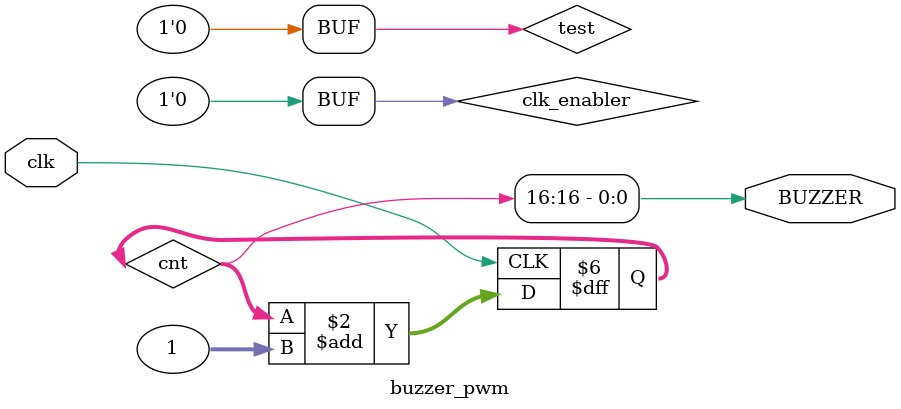
<source format=v>
	module buzzer_pwm (
	input wire clk, // 50MHz input clock
	output wire BUZZER //PIN_U13 -> D5
	);

// create a binary counter
	reg [31:0] cnt; // 32-bit counter
	reg clk_enabler = 0;
	reg test = 0;
initial begin
cnt <= 32'h00000000; // start at zero
end

always @(posedge clk) begin
	cnt <= cnt + 1; // count up
end

assign BUZZER = cnt[16];
endmodule
</source>
